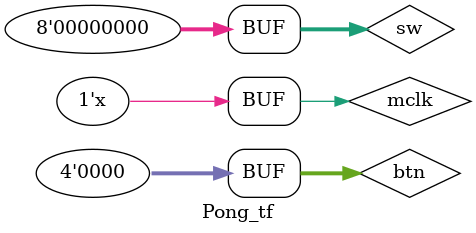
<source format=v>
`timescale 1ns / 1ps


module Pong_tf;

	// Inputs
	reg mclk;
	reg [7:0] sw;
	reg [3:0] btn;

	// Outputs
	wire [7:0] Led;
	wire HSYNC;
	wire VSYNC;
	wire [2:0] OutRed;
	wire [2:0] OutGreen;
	wire [2:0] OutBlue;

	// Instantiate the Unit Under Test (UUT)
	pong uut (
		.mclk(mclk), 
		.sw(sw), 
		.btn(btn), 
		.Led(Led), 
		.HSYNC(HSYNC), 
		.VSYNC(VSYNC), 
		.OutRed(OutRed), 
		.OutGreen(OutGreen), 
		.OutBlue(OutBlue)
	);

	initial begin
		// Initialize Inputs
		mclk = 0;
		sw = 0;
		btn = 0;

		// Wait 100 ns for global reset to finish
		#100;
        
		// Add stimulus here
		btn[0] = 1;
		
		#10;
		btn[0] = 0;
		btn[1] = 1;

		#10;
		btn[1] = 0;

	end
	
	always
	#5 mclk = ~mclk;
      
endmodule


</source>
